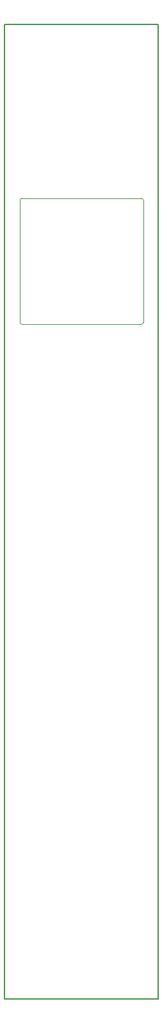
<source format=gbr>
%TF.GenerationSoftware,KiCad,Pcbnew,7.0.1*%
%TF.CreationDate,2023-03-30T11:00:37+01:00*%
%TF.ProjectId,Base_Panel,42617365-5f50-4616-9e65-6c2e6b696361,rev?*%
%TF.SameCoordinates,Original*%
%TF.FileFunction,Profile,NP*%
%FSLAX46Y46*%
G04 Gerber Fmt 4.6, Leading zero omitted, Abs format (unit mm)*
G04 Created by KiCad (PCBNEW 7.0.1) date 2023-03-30 11:00:37*
%MOMM*%
%LPD*%
G01*
G04 APERTURE LIST*
%TA.AperFunction,Profile*%
%ADD10C,0.150000*%
%TD*%
%TA.AperFunction,Profile*%
%ADD11C,0.120000*%
%TD*%
G04 APERTURE END LIST*
D10*
X49200000Y-40900000D02*
X69500000Y-40900000D01*
X69500000Y-169400000D01*
X49200000Y-169400000D01*
X49200000Y-40900000D01*
D11*
X51240000Y-64080000D02*
X51240000Y-80120000D01*
X67280000Y-63780000D02*
X51520000Y-63780000D01*
X67280000Y-80420000D02*
X51520000Y-80420000D01*
X67590000Y-64080000D02*
X67590000Y-80120000D01*
X51520000Y-63780000D02*
G75*
G03*
X51240001Y-64080000I12375J-292216D01*
G01*
X51240000Y-80120000D02*
G75*
G03*
X51520000Y-80419999I291315J-8772D01*
G01*
X67590038Y-64079999D02*
G75*
G03*
X67280000Y-63780001I-306838J-6901D01*
G01*
X67280001Y-80419990D02*
G75*
G03*
X67590000Y-80120000I17299J292290D01*
G01*
M02*

</source>
